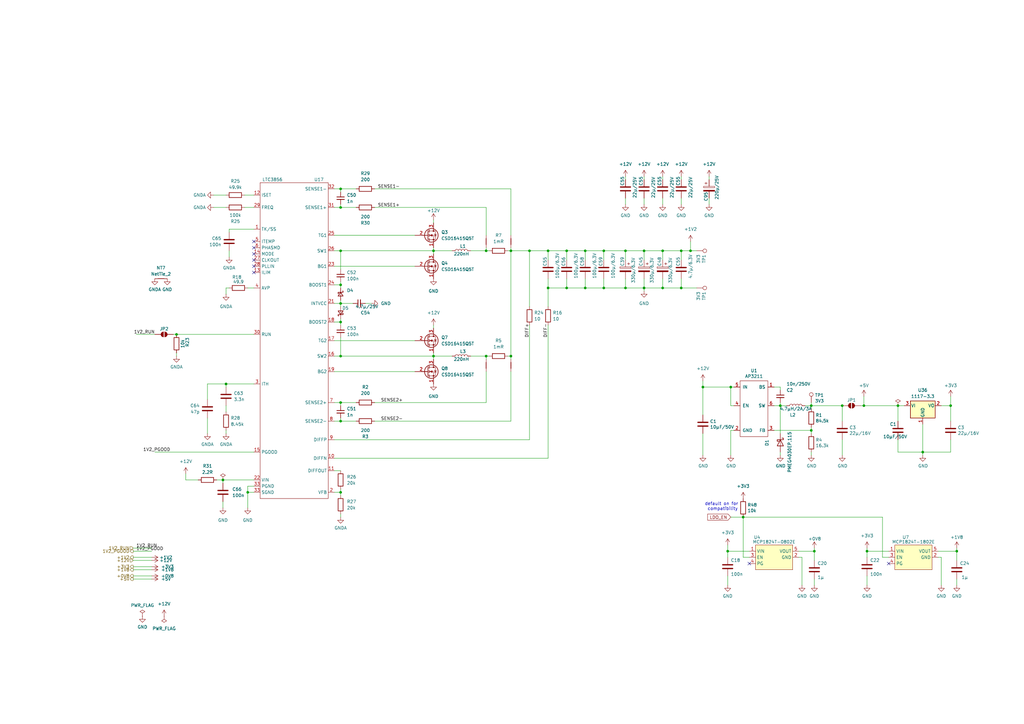
<source format=kicad_sch>
(kicad_sch (version 20231120) (generator "eeschema") (generator_version "8.0")
  (paper "A3")
  (title_block (title "BM1366 bitaxe") (date "2023-10-10") (rev "202"))
  (junction (at 101.6 201.93))
  (junction (at 345.44 166.37))
  (junction (at 139.7 77.47))
  (junction (at 355.6 226.06) (diameter 0.9144))
  (junction (at 139.7 146.05))
  (junction (at 224.79 102.87))
  (junction (at 139.7 124.46))
  (junction (at 209.55 146.05))
  (junction (at 283.21 102.87))
  (junction (at 139.7 172.72))
  (junction (at 247.65 102.87))
  (junction (at 264.16 102.87))
  (junction (at 199.39 102.87))
  (junction (at 334.01 226.06) (diameter 0.9144))
  (junction (at 72.39 137.16))
  (junction (at 139.7 165.1))
  (junction (at 91.44 196.85))
  (junction (at 304.8 212.09))
  (junction (at 298.45 226.06) (diameter 0.9144))
  (junction (at 240.03 102.87))
  (junction (at 378.46 185.42))
  (junction (at 392.43 226.06))
  (junction (at 232.41 102.87))
  (junction (at 354.33 166.37))
  (junction (at 139.7 116.84))
  (junction (at 217.17 102.87))
  (junction (at 389.89 166.37))
  (junction (at 332.74 166.37))
  (junction (at 92.71 157.48))
  (junction (at 177.8 102.87))
  (junction (at 177.8 146.05))
  (junction (at 232.41 118.11))
  (junction (at 332.74 176.53))
  (junction (at 279.4 118.11))
  (junction (at 271.78 118.11))
  (junction (at 256.54 102.87))
  (junction (at 240.03 118.11))
  (junction (at 264.16 118.11))
  (junction (at 299.72 158.75))
  (junction (at 320.04 166.37))
  (junction (at 199.39 146.05))
  (junction (at 209.55 102.87))
  (junction (at 139.7 85.09))
  (junction (at 247.65 118.11))
  (junction (at 279.4 102.87))
  (junction (at 139.7 102.87))
  (junction (at 139.7 132.08))
  (junction (at 288.29 158.75))
  (junction (at 139.7 201.93))
  (junction (at 224.79 118.11))
  (junction (at 271.78 102.87))
  (junction (at 256.54 118.11))
  (junction (at 368.3 166.37))
  (no_connect (at 104.14 99.06))
  (no_connect (at 104.14 106.68))
  (no_connect (at 307.34 231.14))
  (no_connect (at 104.14 104.14))
  (no_connect (at 104.14 101.6))
  (no_connect (at 104.14 111.76))
  (no_connect (at 364.49 231.14))
  (no_connect (at 104.14 109.22))
  (wire (pts (xy 193.04 146.05) (xy 199.39 146.05)))
  (wire (pts (xy 139.7 133.35) (xy 139.7 132.08)))
  (wire (pts (xy 92.71 157.48) (xy 92.71 158.75)))
  (wire (pts (xy 55.88 137.16) (xy 63.5 137.16)))
  (wire (pts (xy 209.55 146.05) (xy 208.28 146.05)))
  (wire (pts (xy 62.23 233.68) (xy 54.61 233.68)))
  (wire (pts (xy 139.7 124.46) (xy 139.7 123.19)))
  (wire (pts (xy 361.95 212.09) (xy 361.95 228.6)))
  (wire (pts (xy 392.43 237.49) (xy 392.43 240.03)))
  (wire (pts (xy 298.45 223.52) (xy 298.45 226.06)))
  (wire (pts (xy 139.7 116.84) (xy 139.7 118.11)))
  (wire (pts (xy 389.89 166.37) (xy 389.89 172.72)))
  (wire (pts (xy 101.6 199.39) (xy 104.14 199.39)))
  (wire (pts (xy 279.4 102.87) (xy 283.21 102.87)))
  (wire (pts (xy 177.8 102.87) (xy 185.42 102.87)))
  (wire (pts (xy 149.86 124.46) (xy 152.4 124.46)))
  (wire (pts (xy 177.8 90.17) (xy 177.8 91.44)))
  (wire (pts (xy 137.16 124.46) (xy 139.7 124.46)))
  (wire (pts (xy 177.8 144.78) (xy 177.8 146.05)))
  (wire (pts (xy 298.45 226.06) (xy 298.45 228.6)))
  (wire (pts (xy 298.45 226.06) (xy 307.34 226.06)))
  (wire (pts (xy 137.16 139.7) (xy 170.18 139.7)))
  (wire (pts (xy 139.7 130.81) (xy 139.7 132.08)))
  (wire (pts (xy 332.74 177.8) (xy 332.74 176.53)))
  (wire (pts (xy 62.23 226.06) (xy 54.61 226.06)))
  (wire (pts (xy 85.09 157.48) (xy 85.09 163.83)))
  (wire (pts (xy 264.16 102.87) (xy 264.16 106.68)))
  (wire (pts (xy 320.04 186.69) (xy 320.04 185.42)))
  (wire (pts (xy 368.3 185.42) (xy 378.46 185.42)))
  (wire (pts (xy 87.63 80.01) (xy 92.71 80.01)))
  (wire (pts (xy 199.39 102.87) (xy 200.66 102.87)))
  (wire (pts (xy 232.41 114.3) (xy 232.41 118.11)))
  (wire (pts (xy 137.16 77.47) (xy 139.7 77.47)))
  (wire (pts (xy 137.16 109.22) (xy 170.18 109.22)))
  (wire (pts (xy 271.78 102.87) (xy 271.78 106.68)))
  (wire (pts (xy 209.55 101.6) (xy 209.55 102.87)))
  (wire (pts (xy 139.7 165.1) (xy 146.05 165.1)))
  (wire (pts (xy 137.16 85.09) (xy 139.7 85.09)))
  (wire (pts (xy 76.2 196.85) (xy 81.28 196.85)))
  (wire (pts (xy 153.67 165.1) (xy 199.39 165.1)))
  (wire (pts (xy 334.01 224.79) (xy 334.01 226.06)))
  (wire (pts (xy 71.12 137.16) (xy 72.39 137.16)))
  (wire (pts (xy 139.7 124.46) (xy 144.78 124.46)))
  (wire (pts (xy 290.83 81.28) (xy 290.83 83.82)))
  (wire (pts (xy 256.54 114.3) (xy 256.54 118.11)))
  (wire (pts (xy 320.04 166.37) (xy 322.58 166.37)))
  (wire (pts (xy 139.7 77.47) (xy 139.7 78.74)))
  (wire (pts (xy 368.3 172.72) (xy 368.3 166.37)))
  (wire (pts (xy 139.7 165.1) (xy 139.7 166.37)))
  (wire (pts (xy 139.7 115.57) (xy 139.7 116.84)))
  (wire (pts (xy 256.54 102.87) (xy 264.16 102.87)))
  (wire (pts (xy 139.7 85.09) (xy 146.05 85.09)))
  (wire (pts (xy 392.43 226.06) (xy 392.43 229.87)))
  (wire (pts (xy 332.74 176.53) (xy 332.74 175.26)))
  (wire (pts (xy 93.98 93.98) (xy 93.98 95.25)))
  (wire (pts (xy 139.7 201.93) (xy 139.7 203.2)))
  (wire (pts (xy 104.14 157.48) (xy 92.71 157.48)))
  (wire (pts (xy 209.55 102.87) (xy 217.17 102.87)))
  (wire (pts (xy 101.6 118.11) (xy 104.14 118.11)))
  (wire (pts (xy 139.7 102.87) (xy 177.8 102.87)))
  (wire (pts (xy 139.7 138.43) (xy 139.7 146.05)))
  (wire (pts (xy 137.16 146.05) (xy 139.7 146.05)))
  (wire (pts (xy 299.72 186.69) (xy 299.72 176.53)))
  (wire (pts (xy 247.65 118.11) (xy 256.54 118.11)))
  (wire (pts (xy 345.44 166.37) (xy 332.74 166.37)))
  (wire (pts (xy 299.72 212.09) (xy 304.8 212.09)))
  (wire (pts (xy 104.14 93.98) (xy 93.98 93.98)))
  (wire (pts (xy 288.29 170.18) (xy 288.29 158.75)))
  (wire (pts (xy 264.16 102.87) (xy 271.78 102.87)))
  (wire (pts (xy 355.6 226.06) (xy 364.49 226.06)))
  (wire (pts (xy 279.4 72.39) (xy 279.4 73.66)))
  (wire (pts (xy 256.54 72.39) (xy 256.54 73.66)))
  (wire (pts (xy 139.7 146.05) (xy 177.8 146.05)))
  (wire (pts (xy 199.39 146.05) (xy 199.39 147.32)))
  (wire (pts (xy 137.16 102.87) (xy 139.7 102.87)))
  (wire (pts (xy 193.04 102.87) (xy 199.39 102.87)))
  (wire (pts (xy 62.23 228.6) (xy 54.61 228.6)))
  (wire (pts (xy 232.41 118.11) (xy 240.03 118.11)))
  (wire (pts (xy 392.43 224.79) (xy 392.43 226.06)))
  (wire (pts (xy 354.33 162.56) (xy 354.33 166.37)))
  (wire (pts (xy 137.16 172.72) (xy 139.7 172.72)))
  (wire (pts (xy 139.7 172.72) (xy 139.7 171.45)))
  (wire (pts (xy 101.6 208.28) (xy 101.6 201.93)))
  (wire (pts (xy 304.8 212.09) (xy 304.8 228.6)))
  (wire (pts (xy 137.16 193.04) (xy 139.7 193.04)))
  (wire (pts (xy 345.44 186.69) (xy 345.44 180.34)))
  (wire (pts (xy 137.16 201.93) (xy 139.7 201.93)))
  (wire (pts (xy 317.5 176.53) (xy 332.74 176.53)))
  (wire (pts (xy 137.16 165.1) (xy 139.7 165.1)))
  (wire (pts (xy 368.3 185.42) (xy 368.3 180.34)))
  (wire (pts (xy 332.74 167.64) (xy 332.74 166.37)))
  (wire (pts (xy 264.16 81.28) (xy 264.16 83.82)))
  (wire (pts (xy 137.16 116.84) (xy 139.7 116.84)))
  (wire (pts (xy 283.21 102.87) (xy 283.21 99.06)))
  (wire (pts (xy 378.46 185.42) (xy 389.89 185.42)))
  (wire (pts (xy 93.98 102.87) (xy 93.98 105.41)))
  (wire (pts (xy 217.17 102.87) (xy 224.79 102.87)))
  (wire (pts (xy 62.23 236.22) (xy 54.61 236.22)))
  (wire (pts (xy 368.3 166.37) (xy 370.84 166.37)))
  (wire (pts (xy 279.4 102.87) (xy 279.4 106.68)))
  (wire (pts (xy 91.44 196.85) (xy 104.14 196.85)))
  (wire (pts (xy 92.71 118.11) (xy 93.98 118.11)))
  (wire (pts (xy 247.65 106.68) (xy 247.65 102.87)))
  (wire (pts (xy 224.79 102.87) (xy 232.41 102.87)))
  (wire (pts (xy 304.8 228.6) (xy 307.34 228.6)))
  (wire (pts (xy 320.04 177.8) (xy 320.04 166.37)))
  (wire (pts (xy 271.78 72.39) (xy 271.78 73.66)))
  (wire (pts (xy 139.7 102.87) (xy 139.7 110.49)))
  (wire (pts (xy 139.7 124.46) (xy 139.7 125.73)))
  (wire (pts (xy 209.55 102.87) (xy 209.55 146.05)))
  (wire (pts (xy 386.08 166.37) (xy 389.89 166.37)))
  (wire (pts (xy 62.23 224.79) (xy 54.61 224.79)))
  (wire (pts (xy 224.79 187.96) (xy 224.79 133.35)))
  (wire (pts (xy 54.61 237.49) (xy 62.23 237.49)))
  (wire (pts (xy 91.44 196.85) (xy 91.44 198.12)))
  (wire (pts (xy 317.5 158.75) (xy 320.04 158.75)))
  (wire (pts (xy 240.03 102.87) (xy 240.03 106.68)))
  (wire (pts (xy 72.39 137.16) (xy 104.14 137.16)))
  (wire (pts (xy 332.74 186.69) (xy 332.74 185.42)))
  (wire (pts (xy 177.8 146.05) (xy 177.8 147.32)))
  (wire (pts (xy 320.04 166.37) (xy 320.04 165.1)))
  (wire (pts (xy 389.89 185.42) (xy 389.89 180.34)))
  (wire (pts (xy 224.79 118.11) (xy 232.41 118.11)))
  (wire (pts (xy 177.8 146.05) (xy 185.42 146.05)))
  (wire (pts (xy 199.39 146.05) (xy 200.66 146.05)))
  (wire (pts (xy 153.67 172.72) (xy 209.55 172.72)))
  (wire (pts (xy 334.01 237.49) (xy 334.01 240.03)))
  (wire (pts (xy 232.41 102.87) (xy 232.41 106.68)))
  (wire (pts (xy 137.16 96.52) (xy 170.18 96.52)))
  (wire (pts (xy 87.63 85.09) (xy 92.71 85.09)))
  (wire (pts (xy 288.29 156.21) (xy 288.29 158.75)))
  (wire (pts (xy 224.79 118.11) (xy 224.79 125.73)))
  (wire (pts (xy 137.16 187.96) (xy 224.79 187.96)))
  (wire (pts (xy 177.8 102.87) (xy 177.8 104.14)))
  (wire (pts (xy 209.55 152.4) (xy 209.55 172.72)))
  (wire (pts (xy 271.78 118.11) (xy 279.4 118.11)))
  (wire (pts (xy 139.7 172.72) (xy 146.05 172.72)))
  (wire (pts (xy 100.33 80.01) (xy 104.14 80.01)))
  (wire (pts (xy 247.65 114.3) (xy 247.65 118.11)))
  (wire (pts (xy 299.72 158.75) (xy 300.99 158.75)))
  (wire (pts (xy 355.6 236.22) (xy 355.6 240.03)))
  (wire (pts (xy 137.16 152.4) (xy 170.18 152.4)))
  (wire (pts (xy 177.8 102.87) (xy 177.8 101.6)))
  (wire (pts (xy 92.71 157.48) (xy 85.09 157.48)))
  (wire (pts (xy 389.89 162.56) (xy 389.89 166.37)))
  (wire (pts (xy 256.54 102.87) (xy 256.54 106.68)))
  (wire (pts (xy 76.2 194.31) (xy 76.2 196.85)))
  (wire (pts (xy 378.46 173.99) (xy 378.46 185.42)))
  (wire (pts (xy 209.55 102.87) (xy 208.28 102.87)))
  (wire (pts (xy 240.03 114.3) (xy 240.03 118.11)))
  (wire (pts (xy 279.4 118.11) (xy 279.4 114.3)))
  (wire (pts (xy 224.79 114.3) (xy 224.79 118.11)))
  (wire (pts (xy 139.7 77.47) (xy 146.05 77.47)))
  (wire (pts (xy 355.6 224.79) (xy 355.6 226.06)))
  (wire (pts (xy 327.66 226.06) (xy 334.01 226.06)))
  (wire (pts (xy 288.29 158.75) (xy 299.72 158.75)))
  (wire (pts (xy 264.16 118.11) (xy 271.78 118.11)))
  (wire (pts (xy 62.23 229.87) (xy 54.61 229.87)))
  (wire (pts (xy 355.6 226.06) (xy 355.6 228.6)))
  (wire (pts (xy 264.16 118.11) (xy 264.16 119.38)))
  (wire (pts (xy 332.74 166.37) (xy 330.2 166.37)))
  (wire (pts (xy 85.09 171.45) (xy 85.09 177.8)))
  (wire (pts (xy 271.78 81.28) (xy 271.78 83.82)))
  (wire (pts (xy 217.17 180.34) (xy 137.16 180.34)))
  (wire (pts (xy 91.44 205.74) (xy 91.44 208.28)))
  (wire (pts (xy 299.72 158.75) (xy 299.72 166.37)))
  (wire (pts (xy 240.03 102.87) (xy 247.65 102.87)))
  (wire (pts (xy 153.67 85.09) (xy 199.39 85.09)))
  (wire (pts (xy 139.7 201.93) (xy 139.7 200.66)))
  (wire (pts (xy 354.33 166.37) (xy 368.3 166.37)))
  (wire (pts (xy 177.8 133.35) (xy 177.8 134.62)))
  (wire (pts (xy 72.39 146.05) (xy 72.39 144.78)))
  (wire (pts (xy 317.5 166.37) (xy 320.04 166.37)))
  (wire (pts (xy 298.45 236.22) (xy 298.45 240.03)))
  (wire (pts (xy 209.55 77.47) (xy 209.55 96.52)))
  (wire (pts (xy 264.16 114.3) (xy 264.16 118.11)))
  (wire (pts (xy 199.39 85.09) (xy 199.39 96.52)))
  (wire (pts (xy 290.83 72.39) (xy 290.83 73.66)))
  (wire (pts (xy 217.17 102.87) (xy 217.17 125.73)))
  (wire (pts (xy 199.39 101.6) (xy 199.39 102.87)))
  (wire (pts (xy 101.6 201.93) (xy 101.6 199.39)))
  (wire (pts (xy 345.44 172.72) (xy 345.44 166.37)))
  (wire (pts (xy 328.93 228.6) (xy 328.93 240.03)))
  (wire (pts (xy 271.78 114.3) (xy 271.78 118.11)))
  (wire (pts (xy 386.08 228.6) (xy 386.08 240.03)))
  (wire (pts (xy 299.72 176.53) (xy 300.99 176.53)))
  (wire (pts (xy 279.4 118.11) (xy 285.75 118.11)))
  (wire (pts (xy 92.71 120.65) (xy 92.71 118.11)))
  (wire (pts (xy 62.23 232.41) (xy 54.61 232.41)))
  (wire (pts (xy 304.8 212.09) (xy 361.95 212.09)))
  (wire (pts (xy 328.93 228.6) (xy 327.66 228.6)))
  (wire (pts (xy 139.7 85.09) (xy 139.7 83.82)))
  (wire (pts (xy 386.08 228.6) (xy 384.81 228.6)))
  (wire (pts (xy 63.5 185.42) (xy 104.14 185.42)))
  (wire (pts (xy 384.81 226.06) (xy 392.43 226.06)))
  (wire (pts (xy 378.46 185.42) (xy 378.46 186.69)))
  (wire (pts (xy 224.79 106.68) (xy 224.79 102.87)))
  (wire (pts (xy 288.29 186.69) (xy 288.29 177.8)))
  (wire (pts (xy 332.74 165.1) (xy 332.74 166.37)))
  (wire (pts (xy 139.7 210.82) (xy 139.7 212.09)))
  (wire (pts (xy 354.33 166.37) (xy 353.06 166.37)))
  (wire (pts (xy 92.71 176.53) (xy 92.71 177.8)))
  (wire (pts (xy 279.4 81.28) (xy 279.4 83.82)))
  (wire (pts (xy 217.17 133.35) (xy 217.17 180.34)))
  (wire (pts (xy 240.03 118.11) (xy 247.65 118.11)))
  (wire (pts (xy 256.54 118.11) (xy 264.16 118.11)))
  (wire (pts (xy 92.71 166.37) (xy 92.71 168.91)))
  (wire (pts (xy 137.16 132.08) (xy 139.7 132.08)))
  (wire (pts (xy 334.01 226.06) (xy 334.01 229.87)))
  (wire (pts (xy 153.67 77.47) (xy 209.55 77.47)))
  (wire (pts (xy 271.78 102.87) (xy 279.4 102.87)))
  (wire (pts (xy 100.33 85.09) (xy 104.14 85.09)))
  (wire (pts (xy 283.21 102.87) (xy 285.75 102.87)))
  (wire (pts (xy 299.72 166.37) (xy 300.99 166.37)))
  (wire (pts (xy 101.6 201.93) (xy 104.14 201.93)))
  (wire (pts (xy 199.39 152.4) (xy 199.39 165.1)))
  (wire (pts (xy 209.55 146.05) (xy 209.55 147.32)))
  (wire (pts (xy 247.65 102.87) (xy 256.54 102.87)))
  (wire (pts (xy 256.54 81.28) (xy 256.54 83.82)))
  (wire (pts (xy 320.04 158.75) (xy 320.04 160.02)))
  (wire (pts (xy 364.49 228.6) (xy 361.95 228.6)))
  (wire (pts (xy 88.9 196.85) (xy 91.44 196.85)))
  (wire (pts (xy 264.16 72.39) (xy 264.16 73.66)))
  (wire (pts (xy 232.41 102.87) (xy 240.03 102.87)))
  (text "default on for \ncompatibility" (at 296.418 207.772 0) (effects (font (size 1.27 1.27))))
  (label "DIFF-" (at 224.79 138.43 90))
  (label "SENSE1-" (at 154.94 77.47 0))
  (label "1V2_PGOOD" (at 55.88 226.06 0))
  (label "SENSE1+" (at 154.94 85.09 0))
  (label "DIFF+" (at 217.17 138.43 90))
  (label "1V2_RUN" (at 55.88 224.79 0))
  (label "1V2_PGOOD" (at 69.85 185.42 180))
  (label "SENSE2+" (at 156.21 165.1 0))
  (label "1V2_RUN" (at 63.5 137.16 180))
  (label "SENSE2-" (at 156.21 172.72 0))
  (global_label "LDO_EN" (shape input) (at 299.72 212.09 180) (property "Intersheetrefs" "${INTERSHEET_REFS}" (effects (hide yes))))
  (hierarchical_label "+1V2" (shape output) (at 54.61 228.6 180))
  (hierarchical_label "+1V8" (shape output) (at 54.61 233.68 180))
  (hierarchical_label "+5V" (shape output) (at 54.61 237.49 180))
  (hierarchical_label "+12V" (shape input) (at 54.61 229.87 180))
  (hierarchical_label "+0V8" (shape output) (at 54.61 236.22 180))
  (hierarchical_label "+3V3" (shape output) (at 54.61 232.41 180))
  (hierarchical_label "1V2_PGOOD" (shape output) (at 54.61 226.06 180))
  (hierarchical_label "1V2_RUN" (shape input) (at 54.61 224.79 180))
  (symbol (lib_id "Device:R") (at 149.86 165.1 90) (unit 1)
    (property "Reference" "R2" (at 149.86 158.75 90))
    (property "Value" "200" (at 149.86 161.29 90))
    (property "Footprint" "Resistor_SMD:R_0805_2012Metric" (effects (hide yes)))
  )
  (symbol (lib_id "Device:C") (at 264.16 77.47 0) (unit 1)
    (property "Reference" "C55" (at 262.89 76.2 90) (effects (justify left)))
    (property "Value" "22µ/25V" (at 267.97 81.28 90) (effects (justify left)))
    (property "Footprint" "Capacitor_SMD:C_1210_3225Metric" (effects (hide yes)))
    (property "Distributor" "D" (effects (hide yes)))
    (property "Manufacturer" "C1210C226K3PAC7800" (effects (hide yes)))
    (property "OrderNr" "399-C1210C226K3PAC7800CT-ND" (effects (hide yes)))
  )
  (symbol (lib_id "power:+3V3") (at 355.6 224.79 0) (unit 1)
    (property "Reference" "#PWR042" (effects (hide yes)))
    (property "Value" "+3V3" (at 355.6 219.71 0))
  )
  (symbol (lib_id "Device:C_Small") (at 320.04 162.56 0) (unit 1)
    (property "Reference" "C2" (at 322.58 160.02 0) (effects (justify left)))
    (property "Value" "10n/250V" (at 322.58 157.48 0) (effects (justify left)))
    (property "Footprint" "Capacitor_SMD:C_0805_2012Metric" (effects (hide yes)))
  )
  (symbol (lib_id "Device:L") (at 189.23 146.05 90) (unit 1)
    (property "Reference" "L3" (at 189.865 144.145 90))
    (property "Value" "220nH" (at 189.23 147.32 90))
    (property "Footprint" "myfootprints:IFLR-4031GC-01-8x10" (effects (hide yes)))
    (property "Distributor" "D" (effects (hide yes)))
    (property "Manufacturer" "FP1008R5-R220-R" (effects (hide yes)))
    (property "OrderNr" "283-FP1008R5-R220-RCT-ND" (effects (hide yes)))
  )
  (symbol (lib_id "Device:D_Schottky") (at 320.04 181.61 270) (unit 1)
    (property "Reference" "D1" (at 314.5536 181.61 0))
    (property "Value" "PMEG4030EP,115" (at 323.85 185.42 0))
    (property "Footprint" "Diode_SMD:D_SOD-128" (effects (hide yes)))
    (property "Distributor" "D" (effects (hide yes)))
    (property "Manufacturer" "PMEG4030EP,115" (effects (hide yes)))
    (property "OrderNr" "1727-5841-1-ND" (effects (hide yes)))
  )
  (symbol (lib_id "Device:R") (at 304.8 208.28 0) (unit 1)
    (property "Reference" "R48" (at 306.578 207.1116 0) (effects (justify left)))
    (property "Value" "10k" (at 306.578 209.423 0) (effects (justify left)))
    (property "Footprint" "Resistor_SMD:R_0805_2012Metric" (effects (hide yes)))
  )
  (symbol (lib_id "Device:C_Polarized") (at 271.78 110.49 0) (mirror y) (unit 1)
    (property "Reference" "C48" (at 270.51 109.22 90) (effects (justify left)))
    (property "Value" "330µ/6.3V" (at 274.955 116.205 90) (effects (justify left)))
    (property "Footprint" "Capacitor_Tantalum_SMD:CP_EIA-7343-15_Kemet-W" (effects (hide yes)))
    (property "Distributor" "D" (effects (hide yes)))
    (property "Manufacturer" "ECG-SY0J331R" (effects (hide yes)))
    (property "OrderNr" "P122483CT-ND" (effects (hide yes)))
  )
  (symbol (lib_id "Device:C") (at 368.3 176.53 0) (mirror y) (unit 1)
    (property "Reference" "C1" (at 367.665 173.99 0) (effects (justify left)))
    (property "Value" "10µF/50V" (at 372.11 179.07 0) (effects (justify left)))
    (property "Footprint" "Capacitor_SMD:C_1206_3216Metric" (effects (hide yes)))
  )
  (symbol (lib_id "power:GND") (at 328.93 240.03 0) (mirror y) (unit 1)
    (property "Reference" "#PWR039" (effects (hide yes)))
    (property "Value" "GND" (at 328.93 244.475 0))
  )
  (symbol (lib_id "power:PWR_FLAG") (at 368.3 166.37 0) (unit 1)
    (property "Reference" "#FLG03" (effects (hide yes)))
    (property "Value" "PWR_FLAG" (effects (hide yes)))
  )
  (symbol (lib_id "Device:R") (at 92.71 172.72 0) (unit 1)
    (property "Reference" "R28" (at 94.615 171.45 0) (effects (justify left)))
    (property "Value" "8.45k" (at 94.615 173.99 0) (effects (justify left)))
    (property "Footprint" "Resistor_SMD:R_0805_2012Metric" (effects (hide yes)))
  )
  (symbol (lib_id "power:GNDA") (at 87.63 85.09 270) (unit 1)
    (property "Reference" "#PWR017" (effects (hide yes)))
    (property "Value" "GNDA" (at 84.455 85.09 90) (effects (justify right)))
  )
  (symbol (lib_id "power:+12V") (at 288.29 156.21 0) (unit 1)
    (property "Reference" "#PWR08" (effects (hide yes)))
    (property "Value" "+12V" (at 288.29 151.13 0))
  )
  (symbol (lib_id "Device:C_Polarized") (at 264.16 110.49 0) (mirror y) (unit 1)
    (property "Reference" "C45" (at 262.89 109.22 90) (effects (justify left)))
    (property "Value" "330µ/6.3V" (at 267.335 116.205 90) (effects (justify left)))
    (property "Footprint" "Capacitor_Tantalum_SMD:CP_EIA-7343-15_Kemet-W" (effects (hide yes)))
    (property "Distributor" "D" (effects (hide yes)))
    (property "Manufacturer" "ECG-SY0J331R" (effects (hide yes)))
    (property "OrderNr" "P122483CT-ND" (effects (hide yes)))
  )
  (symbol (lib_id "Device:R") (at 149.86 85.09 270) (unit 1)
    (property "Reference" "R30" (at 149.86 91.44 90))
    (property "Value" "200" (at 149.86 88.9 90))
    (property "Footprint" "Resistor_SMD:R_0805_2012Metric" (effects (hide yes)))
  )
  (symbol (lib_id "power:+3V3") (at 389.89 162.56 0) (unit 1)
    (property "Reference" "#PWR0203" (effects (hide yes)))
    (property "Value" "+3V3" (at 389.89 158.115 0))
  )
  (symbol (lib_id "power:GNDA") (at 92.71 177.8 0) (unit 1)
    (property "Reference" "#PWR016" (effects (hide yes)))
    (property "Value" "GNDA" (at 92.71 182.245 0))
  )
  (symbol (lib_id "Device:R") (at 85.09 196.85 90) (unit 1)
    (property "Reference" "R31" (at 85.09 191.135 90))
    (property "Value" "2.2R" (at 85.09 193.675 90))
    (property "Footprint" "Resistor_SMD:R_1206_3216Metric" (effects (hide yes)))
  )
  (symbol (lib_id "power:GNDA") (at 139.7 212.09 0) (unit 1)
    (property "Reference" "#PWR019" (effects (hide yes)))
    (property "Value" "GNDA" (at 139.7 216.535 0))
  )
  (symbol (lib_id "power:GND") (at 378.46 186.69 0) (unit 1)
    (property "Reference" "#PWR03" (effects (hide yes)))
    (property "Value" "GND" (at 378.587 191.0842 0))
  )
  (symbol (lib_id "Device:C") (at 224.79 110.49 0) (unit 1)
    (property "Reference" "C55" (at 223.52 109.22 90) (effects (justify left)))
    (property "Value" "100µ/6.3V" (at 228.6 114.3 90) (effects (justify left)))
    (property "Footprint" "Capacitor_SMD:C_1210_3225Metric" (effects (hide yes)))
    (property "Distributor" "D" (effects (hide yes)))
    (property "Manufacturer" "C1210C107M9PAC7800" (effects (hide yes)))
    (property "OrderNr" "399-C1210C107M9PAC7800CT-ND" (effects (hide yes)))
  )
  (symbol (lib_id "Device:C") (at 345.44 176.53 0) (unit 1)
    (property "Reference" "C3" (at 348.361 175.3616 0) (effects (justify left)))
    (property "Value" "22µ/16V" (at 348.361 177.673 0) (effects (justify left)))
    (property "Footprint" "Capacitor_SMD:C_1206_3216Metric" (effects (hide yes)))
  )
  (symbol (lib_id "power:GNDA") (at 72.39 146.05 0) (unit 1)
    (property "Reference" "#PWR022" (effects (hide yes)))
    (property "Value" "GNDA" (at 72.39 150.495 0))
  )
  (symbol (lib_id "mylib7:+0V8") (at 334.01 224.79 0) (unit 1)
    (property "Reference" "U5" (effects (hide yes)))
    (property "Value" "+0V8" (at 331.47 220.98 0) (effects (justify left)))
    (property "Distributor" "-" (effects (hide yes)))
  )
  (symbol (lib_id "Device:R") (at 97.79 118.11 270) (mirror x) (unit 1)
    (property "Reference" "R18" (at 97.155 113.665 90))
    (property "Value" "49.9" (at 97.79 115.57 90))
    (property "Footprint" "Resistor_SMD:R_0805_2012Metric" (effects (hide yes)))
  )
  (symbol (lib_id "Device:L") (at 326.39 166.37 90) (unit 1)
    (property "Reference" "L2" (at 325.12 170.18 90))
    (property "Value" "4.7µH/2A/3A" (at 326.39 167.64 90))
    (property "Footprint" "Inductor_SMD:L_Taiyo-Yuden_NR-50xx" (effects (hide yes)))
    (property "Distributor" "D" (effects (hide yes)))
    (property "Manufacturer" "LQH5BPN4R7NT0L" (effects (hide yes)))
    (property "OrderNr" "490-7779-1-ND" (effects (hide yes)))
  )
  (symbol (lib_id "power:+12V") (at 177.8 90.17 0) (unit 1)
    (property "Reference" "#PWR0128" (effects (hide yes)))
    (property "Value" "+12V" (at 177.8 86.36 0))
  )
  (symbol (lib_id "Device:R") (at 332.74 181.61 0) (unit 1)
    (property "Reference" "R4" (at 334.518 180.4416 0) (effects (justify left)))
    (property "Value" "16.3k" (at 334.518 182.753 0) (effects (justify left)))
    (property "Footprint" "Resistor_SMD:R_0805_2012Metric" (effects (hide yes)))
  )
  (symbol (lib_id "Device:C") (at 271.78 77.47 0) (unit 1)
    (property "Reference" "C55" (at 270.51 76.2 90) (effects (justify left)))
    (property "Value" "22µ/25V" (at 275.59 81.28 90) (effects (justify left)))
    (property "Footprint" "Capacitor_SMD:C_1210_3225Metric" (effects (hide yes)))
    (property "Distributor" "D" (effects (hide yes)))
    (property "Manufacturer" "C1210C226K3PAC7800" (effects (hide yes)))
    (property "OrderNr" "399-C1210C226K3PAC7800CT-ND" (effects (hide yes)))
  )
  (symbol (lib_id "Device:NetTie_2") (at 209.55 99.06 90) (unit 1) (in_bom no)
    (property "Reference" "NT3" (effects (hide yes)))
    (property "Value" "NetTie_2" (effects (hide yes)))
    (property "Footprint" "NetTie:NetTie-2_SMD_Pad0.5mm" (effects (hide yes)))
    (property "Distributor" "-" (effects (hide yes)))
  )
  (symbol (lib_id "power:GND") (at 299.72 186.69 0) (unit 1)
    (property "Reference" "#PWR02" (effects (hide yes)))
    (property "Value" "GND" (at 299.847 191.0842 0))
  )
  (symbol (lib_id "Device:Q_NMOS_SGD") (at 175.26 109.22 0) (unit 1)
    (property "Reference" "Q4" (at 180.975 107.95 0) (effects (justify left)))
    (property "Value" "CSD16415Q5T" (at 180.975 110.49 0) (effects (justify left)))
    (property "Footprint" "Package_SON:VSONP-8-1EP_5x6_P1.27mm" (effects (hide yes)))
    (property "Distributor" "D" (effects (hide yes)))
    (property "Manufacturer" "CSD16415Q5T" (effects (hide yes)))
    (property "OrderNr" "296-49598-1-ND" (effects (hide yes)))
  )
  (symbol (lib_id "power:GND") (at 290.83 83.82 0) (unit 1)
    (property "Reference" "#PWR0137" (effects (hide yes)))
    (property "Value" "GND" (at 290.83 88.392 0))
  )
  (symbol (lib_id "power:PWR_FLAG") (at 91.44 196.85 0) (unit 1)
    (property "Reference" "#FLG01" (effects (hide yes)))
    (property "Value" "PWR_FLAG" (effects (hide yes)))
  )
  (symbol (lib_id "power:GNDA") (at 85.09 177.8 0) (unit 1)
    (property "Reference" "#PWR0229" (effects (hide yes)))
    (property "Value" "GNDA" (at 85.09 182.245 0))
  )
  (symbol (lib_id "power:+12V") (at 290.83 72.39 0) (unit 1)
    (property "Reference" "#PWR0139" (effects (hide yes)))
    (property "Value" "+12V" (at 290.83 67.31 0))
  )
  (symbol (lib_id "Device:L") (at 189.23 102.87 90) (unit 1)
    (property "Reference" "L1" (at 189.865 100.965 90))
    (property "Value" "220nH" (at 189.23 104.14 90))
    (property "Footprint" "myfootprints:IFLR-4031GC-01-8x10" (effects (hide yes)))
    (property "Distributor" "D" (effects (hide yes)))
    (property "Manufacturer" "FP1008R5-R220-R" (effects (hide yes)))
    (property "OrderNr" "283-FP1008R5-R220-RCT-ND" (effects (hide yes)))
  )
  (symbol (lib_id "Device:C") (at 232.41 110.49 0) (unit 1)
    (property "Reference" "C56" (at 231.14 109.22 90) (effects (justify left)))
    (property "Value" "100µ/6.3V" (at 236.22 114.3 90) (effects (justify left)))
    (property "Footprint" "Capacitor_SMD:C_1210_3225Metric" (effects (hide yes)))
    (property "Distributor" "D" (effects (hide yes)))
    (property "Manufacturer" "C1210C107M9PAC7800" (effects (hide yes)))
    (property "OrderNr" "399-C1210C107M9PAC7800CT-ND" (effects (hide yes)))
  )
  (symbol (lib_id "power:GND") (at 177.8 114.3 0) (unit 1)
    (property "Reference" "#PWR087" (effects (hide yes)))
    (property "Value" "GND" (at 177.8 119.38 0))
  )
  (symbol (lib_id "Device:Q_NMOS_SGD") (at 175.26 96.52 0) (unit 1)
    (property "Reference" "Q3" (at 180.975 95.25 0) (effects (justify left)))
    (property "Value" "CSD16415Q5T" (at 180.975 97.79 0) (effects (justify left)))
    (property "Footprint" "Package_SON:VSONP-8-1EP_5x6_P1.27mm" (effects (hide yes)))
    (property "Distributor" "D" (effects (hide yes)))
    (property "Manufacturer" "CSD16415Q5T" (effects (hide yes)))
    (property "OrderNr" "296-49598-1-ND" (effects (hide yes)))
  )
  (symbol (lib_id "Device:C") (at 91.44 201.93 180) (unit 1)
    (property "Reference" "C66" (at 95.25 200.66 0) (effects (justify right)))
    (property "Value" "100n" (at 95.25 203.2 0) (effects (justify right)))
    (property "Footprint" "Capacitor_SMD:C_0805_2012Metric" (effects (hide yes)))
  )
  (symbol (lib_id "power:GND") (at 334.01 240.03 0) (mirror y) (unit 1)
    (property "Reference" "#PWR040" (effects (hide yes)))
    (property "Value" "GND" (at 334.01 244.475 0))
  )
  (symbol (lib_id "power:GND") (at 152.4 124.46 90) (unit 1)
    (property "Reference" "#PWR0126" (effects (hide yes)))
    (property "Value" "GND" (at 156.21 124.46 90) (effects (justify right)))
  )
  (symbol (lib_id "Device:C") (at 240.03 110.49 0) (unit 1)
    (property "Reference" "C58" (at 238.76 109.22 90) (effects (justify left)))
    (property "Value" "100µ/6.3V" (at 243.84 114.3 90) (effects (justify left)))
    (property "Footprint" "Capacitor_SMD:C_1210_3225Metric" (effects (hide yes)))
    (property "Distributor" "D" (effects (hide yes)))
    (property "Manufacturer" "C1210C107M9PAC7800" (effects (hide yes)))
    (property "OrderNr" "399-C1210C107M9PAC7800CT-ND" (effects (hide yes)))
  )
  (symbol (lib_id "power:GND") (at 177.8 157.48 0) (unit 1)
    (property "Reference" "#PWR0125" (effects (hide yes)))
    (property "Value" "GND" (at 177.8 162.56 0))
  )
  (symbol (lib_id "Device:C_Small") (at 147.32 124.46 90) (unit 1)
    (property "Reference" "C54" (at 149.86 128.27 90))
    (property "Value" "4.7µ/25V" (at 150.495 125.73 90))
    (property "Footprint" "Capacitor_SMD:C_0805_2012Metric" (effects (hide yes)))
  )
  (symbol (lib_id "Device:NetTie_2") (at 66.04 114.3 0) (unit 1) (in_bom no)
    (property "Reference" "NT7" (at 66.04 109.855 0))
    (property "Value" "NetTie_2" (at 66.04 112.395 0))
    (property "Footprint" "myfootprints:NetTie-2_L3_SMD_Pad0.5mm" (effects (hide yes)))
  )
  (symbol (lib_id "pferdibank-rescue:AP3211-mylib") (at 309.88 166.37 0) (unit 1)
    (property "Reference" "U1" (at 309.245 152.019 0))
    (property "Value" "AP3211" (at 309.245 154.3304 0))
    (property "Footprint" "Package_TO_SOT_SMD:SOT-23-6" (effects (hide yes)))
    (property "Distributor" "D" (effects (hide yes)))
    (property "Manufacturer" "AP3211KTR-G1" (effects (hide yes)))
    (property "OrderNr" "AP3211KTR-G1DICT-ND" (effects (hide yes)))
  )
  (symbol (lib_id "power:+1V2") (at 62.23 228.6 270) (mirror x) (unit 1)
    (property "Reference" "#PWR05" (effects (hide yes)))
    (property "Value" "+1V2" (at 65.405 228.6 90) (effects (justify left)))
  )
  (symbol (lib_id "Device:R") (at 204.47 102.87 90) (unit 1)
    (property "Reference" "R7" (at 204.47 96.52 90))
    (property "Value" "1mR" (at 204.47 99.06 90))
    (property "Footprint" "Resistor_SMD:R_2010_5025Metric" (effects (hide yes)))
    (property "Distributor" "D" (effects (hide yes)))
    (property "Manufacturer" "TLR2HWDTE1L00F50" (effects (hide yes)))
    (property "OrderNr" "2019-TLR2HWDTE1L00F50CT-ND" (effects (hide yes)))
  )
  (symbol (lib_id "Device:R") (at 217.17 129.54 0) (unit 1)
    (property "Reference" "R24" (at 219.075 128.27 0) (effects (justify left)))
    (property "Value" "10" (at 219.075 130.81 0) (effects (justify left)))
    (property "Footprint" "Resistor_SMD:R_0805_2012Metric" (effects (hide yes)))
  )
  (symbol (lib_id "power:GND") (at 101.6 208.28 0) (unit 1)
    (property "Reference" "#PWR0140" (effects (hide yes)))
    (property "Value" "GND" (at 101.6 213.36 0))
  )
  (symbol (lib_id "power:GND") (at 332.74 186.69 0) (unit 1)
    (property "Reference" "#PWR04" (effects (hide yes)))
    (property "Value" "GND" (at 332.867 191.0842 0))
  )
  (symbol (lib_id "Device:R") (at 332.74 171.45 0) (unit 1)
    (property "Reference" "R1" (at 334.518 170.2816 0) (effects (justify left)))
    (property "Value" "84.5k" (at 334.518 172.593 0) (effects (justify left)))
    (property "Footprint" "Resistor_SMD:R_0805_2012Metric" (effects (hide yes)))
  )
  (symbol (lib_id "power:+1V8") (at 392.43 224.79 0) (unit 1)
    (property "Reference" "#PWR048" (effects (hide yes)))
    (property "Value" "+1V8" (at 392.43 220.345 0))
  )
  (symbol (lib_id "Device:C") (at 288.29 173.99 0) (unit 1)
    (property "Reference" "C1" (at 291.211 172.8216 0) (effects (justify left)))
    (property "Value" "10µF/50V" (at 291.211 175.133 0) (effects (justify left)))
    (property "Footprint" "Capacitor_SMD:C_1206_3216Metric" (effects (hide yes)))
  )
  (symbol (lib_id "Connector:TestPoint") (at 332.74 165.1 0) (unit 1)
    (property "Reference" "TP1" (at 334.2132 162.1028 0) (effects (justify left)))
    (property "Value" "3V3" (at 334.2132 164.4142 0) (effects (justify left)))
    (property "Footprint" "TestPoint:TestPoint_Pad_2.0x2.0mm" (effects (hide yes)))
    (property "Distributor" "-" (effects (hide yes)))
  )
  (symbol (lib_id "power:GNDA") (at 87.63 80.01 270) (unit 1)
    (property "Reference" "#PWR020" (effects (hide yes)))
    (property "Value" "GNDA" (at 84.455 80.01 90) (effects (justify right)))
  )
  (symbol (lib_id "mylib7:LTC3856_reduced") (at 119.38 113.03 0) (unit 1)
    (property "Reference" "U17" (at 130.81 73.66 0))
    (property "Value" "LTC3856" (at 111.76 73.66 0))
    (property "Footprint" "Package_DFN_QFN:QFN-32-1EP_5x5mm_P0.5mm_EP3.45x3.45mm_ThermalVias" (effects (hide yes)))
    (property "Distributor" "D" (effects (hide yes)))
    (property "Manufacturer" "LTC3856EUH#PBF" (effects (hide yes)))
    (property "OrderNr" "LTC3856EUH#PBF-ND" (effects (hide yes)))
  )
  (symbol (lib_id "Device:C") (at 92.71 162.56 0) (unit 1)
    (property "Reference" "C63" (at 95.885 161.29 0) (effects (justify left)))
    (property "Value" "3.3n" (at 95.885 163.83 0) (effects (justify left)))
    (property "Footprint" "Capacitor_SMD:C_0805_2012Metric" (effects (hide yes)))
  )
  (symbol (lib_id "Device:C_Small") (at 139.7 168.91 0) (unit 1)
    (property "Reference" "C51" (at 142.24 167.6463 0) (effects (justify left)))
    (property "Value" "1n" (at 142.24 170.1863 0) (effects (justify left)))
    (property "Footprint" "Capacitor_SMD:C_0805_2012Metric" (effects (hide yes)))
  )
  (symbol (lib_id "power:GND") (at 279.4 83.82 0) (unit 1)
    (property "Reference" "#PWR0137" (effects (hide yes)))
    (property "Value" "GND" (at 279.4 88.392 0))
  )
  (symbol (lib_id "power:GND") (at 264.16 83.82 0) (unit 1)
    (property "Reference" "#PWR0137" (effects (hide yes)))
    (property "Value" "GND" (at 264.16 88.392 0))
  )
  (symbol (lib_id "Device:R") (at 139.7 207.01 0) (unit 1)
    (property "Reference" "R27" (at 142.24 205.74 0) (effects (justify left)))
    (property "Value" "20k" (at 142.24 208.28 0) (effects (justify left)))
    (property "Footprint" "Resistor_SMD:R_0805_2012Metric" (effects (hide yes)))
  )
  (symbol (lib_id "power:GND") (at 91.44 208.28 0) (unit 1)
    (property "Reference" "#PWR0141" (effects (hide yes)))
    (property "Value" "GND" (at 91.44 213.36 0))
  )
  (symbol (lib_id "power:GND") (at 264.16 119.38 0) (unit 1)
    (property "Reference" "#PWR0135" (effects (hide yes)))
    (property "Value" "GND" (at 264.16 124.46 0))
  )
  (symbol (lib_id "power:PWR_FLAG") (at 58.42 252.73 0) (unit 1)
    (property "Reference" "#FLG04" (effects (hide yes)))
    (property "Value" "PWR_FLAG" (at 58.42 248.285 0))
  )
  (symbol (lib_id "power:GND") (at 386.08 240.03 0) (mirror y) (unit 1)
    (property "Reference" "#PWR047" (effects (hide yes)))
    (property "Value" "GND" (at 386.08 244.475 0))
  )
  (symbol (lib_id "power:GND") (at 256.54 83.82 0) (unit 1)
    (property "Reference" "#PWR0137" (effects (hide yes)))
    (property "Value" "GND" (at 256.54 88.392 0))
  )
  (symbol (lib_id "Device:C") (at 93.98 99.06 0) (mirror y) (unit 1)
    (property "Reference" "C65" (at 90.805 97.79 0) (effects (justify left)))
    (property "Value" "100n" (at 90.805 100.33 0) (effects (justify left)))
    (property "Footprint" "Capacitor_SMD:C_0805_2012Metric" (effects (hide yes)))
  )
  (symbol (lib_id "Device:NetTie_2") (at 209.55 149.86 90) (unit 1) (in_bom no)
    (property "Reference" "NT1" (effects (hide yes)))
    (property "Value" "NetTie_2" (effects (hide yes)))
    (property "Footprint" "NetTie:NetTie-2_SMD_Pad0.5mm" (effects (hide yes)))
    (property "Distributor" "-" (effects (hide yes)))
  )
  (symbol (lib_id "power:+1V8") (at 62.23 233.68 270) (mirror x) (unit 1)
    (property "Reference" "#PWR010" (effects (hide yes)))
    (property "Value" "+1V8" (at 66.04 233.68 90) (effects (justify left)))
  )
  (symbol (lib_id "power:GND") (at 58.42 252.73 0) (unit 1)
    (property "Reference" "#PWR02" (effects (hide yes)))
    (property "Value" "GND" (at 58.42 257.175 0))
  )
  (symbol (lib_name "MCP1824_1") (lib_id "bitaxe:MCP1824") (at 317.5 227.33 0) (unit 1)
    (property "Reference" "U4" (at 310.515 220.345 0))
    (property "Value" "MCP1824T-0802E" (at 317.5 222.25 0))
    (property "Footprint" "Package_TO_SOT_SMD:SOT-23-5" (effects (hide yes)))
    (property "Datasheet" "https://ww1.microchip.com/downloads/en/DeviceDoc/22070a.pdf" (effects (hide yes)))
    (property "OrderNr" "MCP1824T-0802E/OTCT-ND" (effects (hide yes)))
    (property "Distributor" "D" (effects (hide yes)))
    (property "Manufacturer" "MCP1824T-0802E/OT" (effects (hide yes)))
  )
  (symbol (lib_id "Device:C_Small") (at 139.7 113.03 0) (unit 1)
    (property "Reference" "C52" (at 142.24 111.7663 0) (effects (justify left)))
    (property "Value" "100n" (at 142.24 114.3063 0) (effects (justify left)))
    (property "Footprint" "Capacitor_SMD:C_0805_2012Metric" (effects (hide yes)))
  )
  (symbol (lib_id "Device:C") (at 334.01 233.68 0) (unit 1)
    (property "Reference" "C20" (at 335.28 231.775 0) (effects (justify left bottom)))
    (property "Value" "1µ" (at 335.28 237.49 0) (effects (justify left bottom)))
    (property "Footprint" "Capacitor_SMD:C_0805_2012Metric" (effects (hide yes)))
  )
  (symbol (lib_id "power:+12V") (at 177.8 133.35 0) (unit 1)
    (property "Reference" "#PWR0127" (effects (hide yes)))
    (property "Value" "+12V" (at 177.8 128.27 0))
  )
  (symbol (lib_id "Jumper:SolderJumper_2_Open") (at 349.25 166.37 0) (unit 1) (exclude_from_sim yes) (in_bom no)
    (property "Reference" "JP1" (at 349.25 164.084 0))
    (property "Value" "SolderJumper_2_Open" (effects (hide yes)))
    (property "Footprint" "Jumper:SolderJumper-2_P1.3mm_Open_RoundedPad1.0x1.5mm" (effects (hide yes)))
    (property "Description" "Solder Jumper, 2-pole, open" (effects (hide yes)))
  )
  (symbol (lib_id "Device:C") (at 279.4 110.49 0) (unit 1)
    (property "Reference" "C55" (at 278.13 109.22 90) (effects (justify left)))
    (property "Value" "4.7µ/6.3V" (at 283.21 114.3 90) (effects (justify left)))
    (property "Footprint" "Capacitor_SMD:C_1206_3216Metric" (effects (hide yes)))
  )
  (symbol (lib_id "power:GND") (at 355.6 240.03 0) (mirror y) (unit 1)
    (property "Reference" "#PWR043" (effects (hide yes)))
    (property "Value" "GND" (at 355.6 244.475 0))
  )
  (symbol (lib_id "Device:NetTie_2") (at 199.39 149.86 90) (unit 1) (in_bom no)
    (property "Reference" "NT2" (effects (hide yes)))
    (property "Value" "NetTie_2" (effects (hide yes)))
    (property "Footprint" "NetTie:NetTie-2_SMD_Pad0.5mm" (effects (hide yes)))
    (property "Distributor" "-" (effects (hide yes)))
  )
  (symbol (lib_id "Device:C_Small") (at 139.7 81.28 0) (unit 1)
    (property "Reference" "C50" (at 142.24 80.0163 0) (effects (justify left)))
    (property "Value" "1n" (at 142.24 82.5563 0) (effects (justify left)))
    (property "Footprint" "Capacitor_SMD:C_0805_2012Metric" (effects (hide yes)))
  )
  (symbol (lib_id "Device:C") (at 355.6 232.41 0) (unit 1)
    (property "Reference" "C22" (at 356.87 230.505 0) (effects (justify left bottom)))
    (property "Value" "100n" (at 356.87 236.22 0) (effects (justify left bottom)))
    (property "Footprint" "Capacitor_SMD:C_0805_2012Metric" (effects (hide yes)))
  )
  (symbol (lib_id "Device:D_Schottky_Small") (at 139.7 128.27 90) (unit 1)
    (property "Reference" "D5" (at 140.335 126.365 90) (effects (justify right)))
    (property "Value" "CMDSH-3" (effects (hide yes)))
    (property "Footprint" "Diode_SMD:D_SOD-323" (effects (hide yes)))
    (property "Distributor" "D" (effects (hide yes)))
    (property "Manufacturer" "CMDSH-3 TR PBFREE" (effects (hide yes)))
    (property "OrderNr" "1514-CMDSH-3TRPBFREECT-ND" (effects (hide yes)))
  )
  (symbol (lib_id "power:+3V3") (at 62.23 232.41 270) (mirror x) (unit 1)
    (property "Reference" "#PWR09" (effects (hide yes)))
    (property "Value" "+3V3" (at 66.04 232.41 90) (effects (justify left)))
  )
  (symbol (lib_id "power:+12V") (at 264.16 72.39 0) (unit 1)
    (property "Reference" "#PWR0139" (effects (hide yes)))
    (property "Value" "+12V" (at 264.16 67.31 0))
  )
  (symbol (lib_id "Device:C_Small") (at 139.7 135.89 0) (unit 1)
    (property "Reference" "C53" (at 142.24 134.6263 0) (effects (justify left)))
    (property "Value" "100n" (at 142.24 137.1663 0) (effects (justify left)))
    (property "Footprint" "Capacitor_SMD:C_0805_2012Metric" (effects (hide yes)))
  )
  (symbol (lib_id "Device:R") (at 72.39 140.97 0) (mirror x) (unit 1)
    (property "Reference" "R23" (at 76.835 140.335 90))
    (property "Value" "10k" (at 74.93 140.97 90))
    (property "Footprint" "Resistor_SMD:R_0805_2012Metric" (effects (hide yes)))
  )
  (symbol (lib_name "GNDA_1") (lib_id "power:GNDA") (at 92.71 120.65 0) (unit 1)
    (property "Reference" "#PWR0236" (effects (hide yes)))
    (property "Value" "GNDA" (at 92.71 125.73 0))
    (property "Description" "Power symbol creates a global label with name \"GNDA\" , analog ground" (effects (hide yes)))
  )
  (symbol (lib_id "Device:C") (at 298.45 232.41 0) (unit 1)
    (property "Reference" "C18" (at 299.72 230.505 0) (effects (justify left bottom)))
    (property "Value" "100n" (at 299.72 236.22 0) (effects (justify left bottom)))
    (property "Footprint" "Capacitor_SMD:C_0805_2012Metric" (effects (hide yes)))
  )
  (symbol (lib_id "Device:R") (at 224.79 129.54 0) (unit 1)
    (property "Reference" "R16" (at 226.695 128.27 0) (effects (justify left)))
    (property "Value" "10" (at 226.695 130.81 0) (effects (justify left)))
    (property "Footprint" "Resistor_SMD:R_0805_2012Metric" (effects (hide yes)))
  )
  (symbol (lib_id "Device:Q_NMOS_SGD") (at 175.26 152.4 0) (unit 1)
    (property "Reference" "Q8" (at 180.975 151.13 0) (effects (justify left)))
    (property "Value" "CSD16415Q5T" (at 180.975 153.67 0) (effects (justify left)))
    (property "Footprint" "Package_SON:VSONP-8-1EP_5x6_P1.27mm" (effects (hide yes)))
    (property "Distributor" "D" (effects (hide yes)))
    (property "Manufacturer" "CSD16415Q5T" (effects (hide yes)))
    (property "OrderNr" "296-49598-1-ND" (effects (hide yes)))
  )
  (symbol (lib_id "Device:D_Schottky_Small") (at 139.7 120.65 270) (unit 1)
    (property "Reference" "D4" (at 142.24 119.126 90) (effects (justify left)))
    (property "Value" "CMDSH-3" (effects (hide yes)))
    (property "Footprint" "Diode_SMD:D_SOD-323" (effects (hide yes)))
    (property "Distributor" "D" (effects (hide yes)))
    (property "Manufacturer" "CMDSH-3 TR PBFREE" (effects (hide yes)))
    (property "OrderNr" "1514-CMDSH-3TRPBFREECT-ND" (effects (hide yes)))
  )
  (symbol (lib_id "Device:C") (at 256.54 77.47 0) (unit 1)
    (property "Reference" "C55" (at 255.27 76.2 90) (effects (justify left)))
    (property "Value" "22µ/25V" (at 260.35 81.28 90) (effects (justify left)))
    (property "Footprint" "Capacitor_SMD:C_1210_3225Metric" (effects (hide yes)))
    (property "Distributor" "D" (effects (hide yes)))
    (property "Manufacturer" "C1210C226K3PAC7800" (effects (hide yes)))
    (property "OrderNr" "399-C1210C226K3PAC7800CT-ND" (effects (hide yes)))
  )
  (symbol (lib_id "Device:R") (at 149.86 77.47 90) (unit 1)
    (property "Reference" "R29" (at 149.86 71.12 90))
    (property "Value" "200" (at 149.86 73.66 90))
    (property "Footprint" "Resistor_SMD:R_0805_2012Metric" (effects (hide yes)))
  )
  (symbol (lib_id "power:PWR_FLAG") (at 67.31 252.73 180) (unit 1)
    (property "Reference" "#FLG05" (effects (hide yes)))
    (property "Value" "PWR_FLAG" (at 67.31 257.81 0))
  )
  (symbol (lib_id "Device:C") (at 392.43 233.68 0) (unit 1)
    (property "Reference" "C24" (at 393.7 231.775 0) (effects (justify left bottom)))
    (property "Value" "1µ" (at 394.335 237.49 0) (effects (justify left bottom)))
    (property "Footprint" "Capacitor_SMD:C_0805_2012Metric" (effects (hide yes)))
  )
  (symbol (lib_id "Connector:TestPoint") (at 285.75 118.11 270) (unit 1)
    (property "Reference" "TP1" (at 288.7472 119.5832 0) (effects (justify left)))
    (property "Value" "3V3" (at 286.4358 119.5832 0) (effects (justify left)))
    (property "Footprint" "TestPoint:TestPoint_Pad_2.0x2.0mm" (effects (hide yes)))
    (property "Distributor" "-" (effects (hide yes)))
  )
  (symbol (lib_id "Device:NetTie_2") (at 199.39 99.06 90) (unit 1) (in_bom no)
    (property "Reference" "NT4" (effects (hide yes)))
    (property "Value" "NetTie_2" (effects (hide yes)))
    (property "Footprint" "NetTie:NetTie-2_SMD_Pad0.5mm" (effects (hide yes)))
    (property "Distributor" "-" (effects (hide yes)))
  )
  (symbol (lib_id "Device:C") (at 279.4 77.47 0) (unit 1)
    (property "Reference" "C55" (at 278.13 76.2 90) (effects (justify left)))
    (property "Value" "22µ/25V" (at 283.21 81.28 90) (effects (justify left)))
    (property "Footprint" "Capacitor_SMD:C_1210_3225Metric" (effects (hide yes)))
    (property "Distributor" "D" (effects (hide yes)))
    (property "Manufacturer" "C1210C226K3PAC7800" (effects (hide yes)))
    (property "OrderNr" "399-C1210C226K3PAC7800CT-ND" (effects (hide yes)))
  )
  (symbol (lib_id "power:GND") (at 392.43 240.03 0) (mirror y) (unit 1)
    (property "Reference" "#PWR049" (effects (hide yes)))
    (property "Value" "GND" (at 392.43 244.475 0))
  )
  (symbol (lib_id "Device:R") (at 204.47 146.05 90) (unit 1)
    (property "Reference" "R5" (at 204.47 139.7 90))
    (property "Value" "1mR" (at 204.47 142.24 90))
    (property "Footprint" "Resistor_SMD:R_2010_5025Metric" (effects (hide yes)))
    (property "Distributor" "D" (effects (hide yes)))
    (property "Manufacturer" "TLR2HWDTE1L00F50" (effects (hide yes)))
    (property "OrderNr" "2019-TLR2HWDTE1L00F50CT-ND" (effects (hide yes)))
  )
  (symbol (lib_id "Device:C") (at 85.09 167.64 0) (mirror y) (unit 1)
    (property "Reference" "C64" (at 81.915 166.37 0) (effects (justify left)))
    (property "Value" "47p" (at 81.915 168.91 0) (effects (justify left)))
    (property "Footprint" "Capacitor_SMD:C_0805_2012Metric" (effects (hide yes)))
  )
  (symbol (lib_id "mylib7:+0V8") (at 62.23 236.22 270) (mirror x) (unit 1)
    (property "Reference" "U2" (effects (hide yes)))
    (property "Value" "+0V8" (at 66.04 236.22 90) (effects (justify left)))
    (property "Distributor" "-" (effects (hide yes)))
  )
  (symbol (lib_id "power:GND") (at 345.44 186.69 0) (unit 1)
    (property "Reference" "#PWR07" (effects (hide yes)))
    (property "Value" "GND" (at 345.567 191.0842 0))
  )
  (symbol (lib_id "power:+5V") (at 62.23 237.49 270) (unit 1)
    (property "Reference" "#PWR0228" (effects (hide yes)))
    (property "Value" "+5V" (at 66.04 237.49 90) (effects (justify left)))
  )
  (symbol (lib_id "Device:C_Polarized") (at 256.54 110.49 0) (mirror y) (unit 1)
    (property "Reference" "C39" (at 255.27 109.22 90) (effects (justify left)))
    (property "Value" "330µ/6.3V" (at 259.715 116.205 90) (effects (justify left)))
    (property "Footprint" "Capacitor_Tantalum_SMD:CP_EIA-7343-15_Kemet-W" (effects (hide yes)))
    (property "Distributor" "D" (effects (hide yes)))
    (property "Manufacturer" "ECG-SY0J331R" (effects (hide yes)))
    (property "OrderNr" "P122483CT-ND" (effects (hide yes)))
  )
  (symbol (lib_id "Device:R") (at 149.86 172.72 90) (mirror x) (unit 1)
    (property "Reference" "R3" (at 149.86 179.07 90))
    (property "Value" "200" (at 149.86 176.53 90))
    (property "Footprint" "Resistor_SMD:R_0805_2012Metric" (effects (hide yes)))
  )
  (symbol (lib_id "bitaxe:MCP1824") (at 374.65 227.33 0) (unit 1)
    (property "Reference" "U7" (at 371.475 220.345 0))
    (property "Value" "MCP1824T-1802E" (at 374.65 222.25 0))
    (property "Footprint" "Package_TO_SOT_SMD:SOT-23-5" (effects (hide yes)))
    (property "Datasheet" "https://ww1.microchip.com/downloads/en/DeviceDoc/22070a.pdf" (effects (hide yes)))
    (property "OrderNr" "MCP1824T-1802E/OTCT-ND" (effects (hide yes)))
    (property "Distributor" "D" (effects (hide yes)))
    (property "Manufacturer" "MCP1824T-1802E/OT" (effects (hide yes)))
  )
  (symbol (lib_id "power:GND") (at 68.58 114.3 0) (unit 1)
    (property "Reference" "#PWR0230" (effects (hide yes)))
    (property "Value" "GND" (at 68.58 118.745 0))
  )
  (symbol (lib_id "power:GNDA") (at 63.5 114.3 0) (unit 1)
    (property "Reference" "#PWR053" (effects (hide yes)))
    (property "Value" "GNDA" (at 63.5 118.745 0))
  )
  (symbol (lib_id "Device:R") (at 96.52 85.09 90) (mirror x) (unit 1)
    (property "Reference" "R25" (at 96.52 90.805 90))
    (property "Value" "100k" (at 96.52 88.265 90))
    (property "Footprint" "Resistor_SMD:R_0805_2012Metric" (effects (hide yes)))
  )
  (symbol (lib_id "Device:Q_NMOS_SGD") (at 175.26 139.7 0) (unit 1)
    (property "Reference" "Q7" (at 180.975 138.43 0) (effects (justify left)))
    (property "Value" "CSD16415Q5T" (at 180.975 140.97 0) (effects (justify left)))
    (property "Footprint" "Package_SON:VSONP-8-1EP_5x6_P1.27mm" (effects (hide yes)))
    (property "Distributor" "D" (effects (hide yes)))
    (property "Manufacturer" "CSD16415Q5T" (effects (hide yes)))
    (property "OrderNr" "296-49598-1-ND" (effects (hide yes)))
  )
  (symbol (lib_id "Device:C") (at 247.65 110.49 0) (unit 1)
    (property "Reference" "C59" (at 246.38 109.22 90) (effects (justify left)))
    (property "Value" "100µ/6.3V" (at 251.46 114.3 90) (effects (justify left)))
    (property "Footprint" "Capacitor_SMD:C_1210_3225Metric" (effects (hide yes)))
    (property "Distributor" "D" (effects (hide yes)))
    (property "Manufacturer" "C1210C107M9PAC7800" (effects (hide yes)))
    (property "OrderNr" "399-C1210C107M9PAC7800CT-ND" (effects (hide yes)))
  )
  (symbol (lib_id "power:+3V3") (at 304.8 204.47 0) (unit 1)
    (property "Reference" "#PWR0235" (effects (hide yes)))
    (property "Value" "+3V3" (at 304.8 199.39 0))
  )
  (symbol (lib_id "power:+1V2") (at 283.21 99.06 0) (unit 1)
    (property "Reference" "#PWR0129" (effects (hide yes)))
    (property "Value" "+1V2" (at 283.21 93.98 0))
  )
  (symbol (lib_id "Connector:TestPoint") (at 285.75 102.87 270) (unit 1)
    (property "Reference" "TP1" (at 288.7472 104.3432 0) (effects (justify left)))
    (property "Value" "3V3" (at 286.4358 104.3432 0) (effects (justify left)))
    (property "Footprint" "TestPoint:TestPoint_Pad_2.0x2.0mm" (effects (hide yes)))
    (property "Distributor" "-" (effects (hide yes)))
  )
  (symbol (lib_id "power:+12V") (at 76.2 194.31 0) (unit 1)
    (property "Reference" "#PWR0142" (effects (hide yes)))
    (property "Value" "+12V" (at 76.2 189.23 0))
  )
  (symbol (lib_id "Device:R") (at 96.52 80.01 90) (unit 1)
    (property "Reference" "R25" (at 96.52 74.295 90))
    (property "Value" "49.9k" (at 96.52 76.835 90))
    (property "Footprint" "Resistor_SMD:R_0805_2012Metric" (effects (hide yes)))
  )
  (symbol (lib_id "power:GND") (at 271.78 83.82 0) (unit 1)
    (property "Reference" "#PWR0137" (effects (hide yes)))
    (property "Value" "GND" (at 271.78 88.392 0))
  )
  (symbol (lib_id "power:+3V3") (at 298.45 223.52 0) (unit 1)
    (property "Reference" "#PWR034" (effects (hide yes)))
    (property "Value" "+3V3" (at 298.45 218.44 0))
  )
  (symbol (lib_id "Device:R") (at 139.7 196.85 0) (unit 1)
    (property "Reference" "R26" (at 142.24 195.5799 0) (effects (justify left)))
    (property "Value" "20k" (at 142.24 198.1199 0) (effects (justify left)))
    (property "Footprint" "Resistor_SMD:R_0805_2012Metric" (effects (hide yes)))
  )
  (symbol (lib_id "power:GNDA") (at 93.98 105.41 0) (unit 1)
    (property "Reference" "#PWR06" (effects (hide yes)))
    (property "Value" "GNDA" (at 93.98 109.855 0))
  )
  (symbol (lib_id "power:+5V") (at 354.33 162.56 0) (unit 1)
    (property "Reference" "#PWR045" (effects (hide yes)))
    (property "Value" "+5V" (at 354.33 158.115 0))
  )
  (symbol (lib_id "power:+12V") (at 256.54 72.39 0) (unit 1)
    (property "Reference" "#PWR0139" (effects (hide yes)))
    (property "Value" "+12V" (at 256.54 67.31 0))
  )
  (symbol (lib_id "Device:C_Polarized") (at 290.83 77.47 0) (unit 1)
    (property "Reference" "C95" (at 289.56 82.55 90) (effects (justify left)))
    (property "Value" "220µ/25V" (at 294.005 81.915 90) (effects (justify left)))
    (property "Footprint" "Capacitor_SMD:CP_Elec_8x10" (effects (hide yes)))
    (property "Distributor" "D" (effects (hide yes)))
    (property "Manufacturer" "875075355002" (effects (hide yes)))
    (property "OrderNr" "732-6489-1-ND" (effects (hide yes)))
  )
  (symbol (lib_id "Device:C") (at 389.89 176.53 0) (unit 1)
    (property "Reference" "C3" (at 392.811 175.3616 0) (effects (justify left)))
    (property "Value" "22µ/16V" (at 392.811 177.673 0) (effects (justify left)))
    (property "Footprint" "Capacitor_SMD:C_1206_3216Metric" (effects (hide yes)))
  )
  (symbol (lib_id "Regulator_Linear:AZ1117-3.3") (at 378.46 166.37 0) (unit 1)
    (property "Reference" "U36" (at 378.46 160.02 0))
    (property "Value" "1117-3.3" (at 378.46 162.56 0))
    (property "Footprint" "Package_TO_SOT_SMD:SOT-223-3_TabPin2" (effects (hide yes)))
    (property "Datasheet" "https://www.diodes.com/assets/Datasheets/AZ1117.pdf" (effects (hide yes)))
    (property "Distributor" "D" (effects (hide yes)))
    (property "Manufacturer" "LM1117IMPX-3.3/NOPB" (effects (hide yes)))
    (property "OrderNr" "LM1117IMPX-3.3/NOPBCT-ND" (effects (hide yes)))
  )
  (symbol (lib_id "power:+12V") (at 67.31 252.73 0) (unit 1)
    (property "Reference" "#PWR05" (effects (hide yes)))
    (property "Value" "+12V" (at 67.31 247.65 0))
  )
  (symbol (lib_id "power:+12V") (at 279.4 72.39 0) (unit 1)
    (property "Reference" "#PWR0139" (effects (hide yes)))
    (property "Value" "+12V" (at 279.4 67.31 0))
  )
  (symbol (lib_id "power:GND") (at 298.45 240.03 0) (mirror y) (unit 1)
    (property "Reference" "#PWR035" (effects (hide yes)))
    (property "Value" "GND" (at 298.45 244.475 0))
  )
  (symbol (lib_id "power:+12V") (at 271.78 72.39 0) (unit 1)
    (property "Reference" "#PWR0139" (effects (hide yes)))
    (property "Value" "+12V" (at 271.78 67.31 0))
  )
  (symbol (lib_id "Jumper:SolderJumper_2_Open") (at 67.31 137.16 0) (unit 1) (exclude_from_sim yes) (in_bom no)
    (property "Reference" "JP2" (at 67.31 134.874 0))
    (property "Value" "SolderJumper_2_Open" (effects (hide yes)))
    (property "Footprint" "Jumper:SolderJumper-2_P1.3mm_Open_RoundedPad1.0x1.5mm" (effects (hide yes)))
    (property "Description" "Solder Jumper, 2-pole, open" (effects (hide yes)))
  )
  (symbol (lib_id "power:GND") (at 288.29 186.69 0) (unit 1)
    (property "Reference" "#PWR01" (effects (hide yes)))
    (property "Value" "GND" (at 288.417 191.0842 0))
  )
  (symbol (lib_id "power:GND") (at 320.04 186.69 0) (unit 1)
    (property "Reference" "#PWR03" (effects (hide yes)))
    (property "Value" "GND" (at 320.167 191.0842 0))
  )
  (symbol (lib_id "power:+12V") (at 62.23 229.87 270) (mirror x) (unit 1)
    (property "Reference" "#PWR011" (effects (hide yes)))
    (property "Value" "+12V" (at 65.405 229.87 90) (effects (justify left)))
  )
)
</source>
